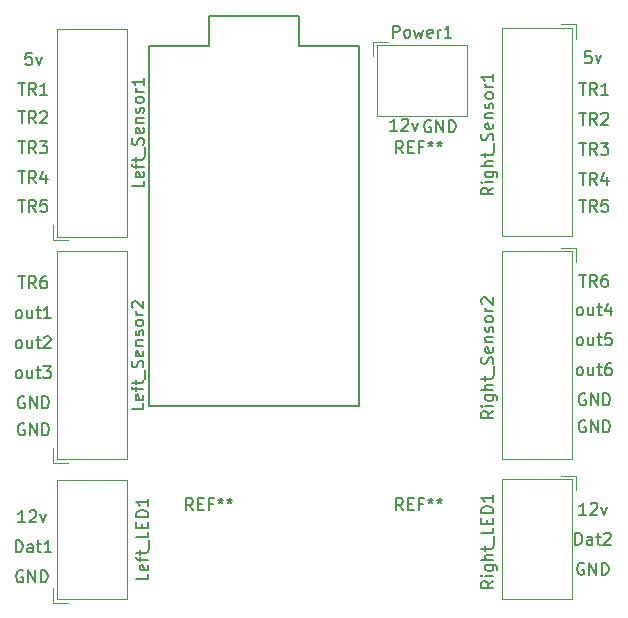
<source format=gbr>
%TF.GenerationSoftware,KiCad,Pcbnew,(6.0.4)*%
%TF.CreationDate,2022-04-18T00:34:21+09:00*%
%TF.ProjectId,chuniAir,6368756e-6941-4697-922e-6b696361645f,rev?*%
%TF.SameCoordinates,Original*%
%TF.FileFunction,Legend,Top*%
%TF.FilePolarity,Positive*%
%FSLAX46Y46*%
G04 Gerber Fmt 4.6, Leading zero omitted, Abs format (unit mm)*
G04 Created by KiCad (PCBNEW (6.0.4)) date 2022-04-18 00:34:21*
%MOMM*%
%LPD*%
G01*
G04 APERTURE LIST*
%ADD10C,0.150000*%
%ADD11C,0.120000*%
G04 APERTURE END LIST*
D10*
X120277095Y-54951380D02*
X120848523Y-54951380D01*
X120562809Y-55951380D02*
X120562809Y-54951380D01*
X121753285Y-55951380D02*
X121419952Y-55475190D01*
X121181857Y-55951380D02*
X121181857Y-54951380D01*
X121562809Y-54951380D01*
X121658047Y-54999000D01*
X121705666Y-55046619D01*
X121753285Y-55141857D01*
X121753285Y-55284714D01*
X121705666Y-55379952D01*
X121658047Y-55427571D01*
X121562809Y-55475190D01*
X121181857Y-55475190D01*
X122658047Y-54951380D02*
X122181857Y-54951380D01*
X122134238Y-55427571D01*
X122181857Y-55379952D01*
X122277095Y-55332333D01*
X122515190Y-55332333D01*
X122610428Y-55379952D01*
X122658047Y-55427571D01*
X122705666Y-55522809D01*
X122705666Y-55760904D01*
X122658047Y-55856142D01*
X122610428Y-55903761D01*
X122515190Y-55951380D01*
X122277095Y-55951380D01*
X122181857Y-55903761D01*
X122134238Y-55856142D01*
X120277095Y-50125380D02*
X120848523Y-50125380D01*
X120562809Y-51125380D02*
X120562809Y-50125380D01*
X121753285Y-51125380D02*
X121419952Y-50649190D01*
X121181857Y-51125380D02*
X121181857Y-50125380D01*
X121562809Y-50125380D01*
X121658047Y-50173000D01*
X121705666Y-50220619D01*
X121753285Y-50315857D01*
X121753285Y-50458714D01*
X121705666Y-50553952D01*
X121658047Y-50601571D01*
X121562809Y-50649190D01*
X121181857Y-50649190D01*
X122086619Y-50125380D02*
X122705666Y-50125380D01*
X122372333Y-50506333D01*
X122515190Y-50506333D01*
X122610428Y-50553952D01*
X122658047Y-50601571D01*
X122705666Y-50696809D01*
X122705666Y-50934904D01*
X122658047Y-51030142D01*
X122610428Y-51077761D01*
X122515190Y-51125380D01*
X122229476Y-51125380D01*
X122134238Y-51077761D01*
X122086619Y-51030142D01*
X72779095Y-52538380D02*
X73350523Y-52538380D01*
X73064809Y-53538380D02*
X73064809Y-52538380D01*
X74255285Y-53538380D02*
X73921952Y-53062190D01*
X73683857Y-53538380D02*
X73683857Y-52538380D01*
X74064809Y-52538380D01*
X74160047Y-52586000D01*
X74207666Y-52633619D01*
X74255285Y-52728857D01*
X74255285Y-52871714D01*
X74207666Y-52966952D01*
X74160047Y-53014571D01*
X74064809Y-53062190D01*
X73683857Y-53062190D01*
X75112428Y-52871714D02*
X75112428Y-53538380D01*
X74874333Y-52490761D02*
X74636238Y-53205047D01*
X75255285Y-53205047D01*
X73342571Y-82246380D02*
X72771142Y-82246380D01*
X73056857Y-82246380D02*
X73056857Y-81246380D01*
X72961619Y-81389238D01*
X72866380Y-81484476D01*
X72771142Y-81532095D01*
X73723523Y-81341619D02*
X73771142Y-81294000D01*
X73866380Y-81246380D01*
X74104476Y-81246380D01*
X74199714Y-81294000D01*
X74247333Y-81341619D01*
X74294952Y-81436857D01*
X74294952Y-81532095D01*
X74247333Y-81674952D01*
X73675904Y-82246380D01*
X74294952Y-82246380D01*
X74628285Y-81579714D02*
X74866380Y-82246380D01*
X75104476Y-81579714D01*
X120840571Y-81605380D02*
X120269142Y-81605380D01*
X120554857Y-81605380D02*
X120554857Y-80605380D01*
X120459619Y-80748238D01*
X120364380Y-80843476D01*
X120269142Y-80891095D01*
X121221523Y-80700619D02*
X121269142Y-80653000D01*
X121364380Y-80605380D01*
X121602476Y-80605380D01*
X121697714Y-80653000D01*
X121745333Y-80700619D01*
X121792952Y-80795857D01*
X121792952Y-80891095D01*
X121745333Y-81033952D01*
X121173904Y-81605380D01*
X121792952Y-81605380D01*
X122126285Y-80938714D02*
X122364380Y-81605380D01*
X122602476Y-80938714D01*
X120777095Y-71382000D02*
X120681857Y-71334380D01*
X120539000Y-71334380D01*
X120396142Y-71382000D01*
X120300904Y-71477238D01*
X120253285Y-71572476D01*
X120205666Y-71762952D01*
X120205666Y-71905809D01*
X120253285Y-72096285D01*
X120300904Y-72191523D01*
X120396142Y-72286761D01*
X120539000Y-72334380D01*
X120634238Y-72334380D01*
X120777095Y-72286761D01*
X120824714Y-72239142D01*
X120824714Y-71905809D01*
X120634238Y-71905809D01*
X121253285Y-72334380D02*
X121253285Y-71334380D01*
X121824714Y-72334380D01*
X121824714Y-71334380D01*
X122300904Y-72334380D02*
X122300904Y-71334380D01*
X122539000Y-71334380D01*
X122681857Y-71382000D01*
X122777095Y-71477238D01*
X122824714Y-71572476D01*
X122872333Y-71762952D01*
X122872333Y-71905809D01*
X122824714Y-72096285D01*
X122777095Y-72191523D01*
X122681857Y-72286761D01*
X122539000Y-72334380D01*
X122300904Y-72334380D01*
X72779095Y-45045380D02*
X73350523Y-45045380D01*
X73064809Y-46045380D02*
X73064809Y-45045380D01*
X74255285Y-46045380D02*
X73921952Y-45569190D01*
X73683857Y-46045380D02*
X73683857Y-45045380D01*
X74064809Y-45045380D01*
X74160047Y-45093000D01*
X74207666Y-45140619D01*
X74255285Y-45235857D01*
X74255285Y-45378714D01*
X74207666Y-45473952D01*
X74160047Y-45521571D01*
X74064809Y-45569190D01*
X73683857Y-45569190D01*
X75207666Y-46045380D02*
X74636238Y-46045380D01*
X74921952Y-46045380D02*
X74921952Y-45045380D01*
X74826714Y-45188238D01*
X74731476Y-45283476D01*
X74636238Y-45331095D01*
X107696095Y-48268000D02*
X107600857Y-48220380D01*
X107458000Y-48220380D01*
X107315142Y-48268000D01*
X107219904Y-48363238D01*
X107172285Y-48458476D01*
X107124666Y-48648952D01*
X107124666Y-48791809D01*
X107172285Y-48982285D01*
X107219904Y-49077523D01*
X107315142Y-49172761D01*
X107458000Y-49220380D01*
X107553238Y-49220380D01*
X107696095Y-49172761D01*
X107743714Y-49125142D01*
X107743714Y-48791809D01*
X107553238Y-48791809D01*
X108172285Y-49220380D02*
X108172285Y-48220380D01*
X108743714Y-49220380D01*
X108743714Y-48220380D01*
X109219904Y-49220380D02*
X109219904Y-48220380D01*
X109458000Y-48220380D01*
X109600857Y-48268000D01*
X109696095Y-48363238D01*
X109743714Y-48458476D01*
X109791333Y-48648952D01*
X109791333Y-48791809D01*
X109743714Y-48982285D01*
X109696095Y-49077523D01*
X109600857Y-49172761D01*
X109458000Y-49220380D01*
X109219904Y-49220380D01*
X73898142Y-42505380D02*
X73421952Y-42505380D01*
X73374333Y-42981571D01*
X73421952Y-42933952D01*
X73517190Y-42886333D01*
X73755285Y-42886333D01*
X73850523Y-42933952D01*
X73898142Y-42981571D01*
X73945761Y-43076809D01*
X73945761Y-43314904D01*
X73898142Y-43410142D01*
X73850523Y-43457761D01*
X73755285Y-43505380D01*
X73517190Y-43505380D01*
X73421952Y-43457761D01*
X73374333Y-43410142D01*
X74279095Y-42838714D02*
X74517190Y-43505380D01*
X74755285Y-42838714D01*
X120253285Y-69794380D02*
X120158047Y-69746761D01*
X120110428Y-69699142D01*
X120062809Y-69603904D01*
X120062809Y-69318190D01*
X120110428Y-69222952D01*
X120158047Y-69175333D01*
X120253285Y-69127714D01*
X120396142Y-69127714D01*
X120491380Y-69175333D01*
X120539000Y-69222952D01*
X120586619Y-69318190D01*
X120586619Y-69603904D01*
X120539000Y-69699142D01*
X120491380Y-69746761D01*
X120396142Y-69794380D01*
X120253285Y-69794380D01*
X121443761Y-69127714D02*
X121443761Y-69794380D01*
X121015190Y-69127714D02*
X121015190Y-69651523D01*
X121062809Y-69746761D01*
X121158047Y-69794380D01*
X121300904Y-69794380D01*
X121396142Y-69746761D01*
X121443761Y-69699142D01*
X121777095Y-69127714D02*
X122158047Y-69127714D01*
X121919952Y-68794380D02*
X121919952Y-69651523D01*
X121967571Y-69746761D01*
X122062809Y-69794380D01*
X122158047Y-69794380D01*
X122919952Y-68794380D02*
X122729476Y-68794380D01*
X122634238Y-68842000D01*
X122586619Y-68889619D01*
X122491380Y-69032476D01*
X122443761Y-69222952D01*
X122443761Y-69603904D01*
X122491380Y-69699142D01*
X122539000Y-69746761D01*
X122634238Y-69794380D01*
X122824714Y-69794380D01*
X122919952Y-69746761D01*
X122967571Y-69699142D01*
X123015190Y-69603904D01*
X123015190Y-69365809D01*
X122967571Y-69270571D01*
X122919952Y-69222952D01*
X122824714Y-69175333D01*
X122634238Y-69175333D01*
X122539000Y-69222952D01*
X122491380Y-69270571D01*
X122443761Y-69365809D01*
X104838571Y-49093380D02*
X104267142Y-49093380D01*
X104552857Y-49093380D02*
X104552857Y-48093380D01*
X104457619Y-48236238D01*
X104362380Y-48331476D01*
X104267142Y-48379095D01*
X105219523Y-48188619D02*
X105267142Y-48141000D01*
X105362380Y-48093380D01*
X105600476Y-48093380D01*
X105695714Y-48141000D01*
X105743333Y-48188619D01*
X105790952Y-48283857D01*
X105790952Y-48379095D01*
X105743333Y-48521952D01*
X105171904Y-49093380D01*
X105790952Y-49093380D01*
X106124285Y-48426714D02*
X106362380Y-49093380D01*
X106600476Y-48426714D01*
X120253285Y-64714380D02*
X120158047Y-64666761D01*
X120110428Y-64619142D01*
X120062809Y-64523904D01*
X120062809Y-64238190D01*
X120110428Y-64142952D01*
X120158047Y-64095333D01*
X120253285Y-64047714D01*
X120396142Y-64047714D01*
X120491380Y-64095333D01*
X120539000Y-64142952D01*
X120586619Y-64238190D01*
X120586619Y-64523904D01*
X120539000Y-64619142D01*
X120491380Y-64666761D01*
X120396142Y-64714380D01*
X120253285Y-64714380D01*
X121443761Y-64047714D02*
X121443761Y-64714380D01*
X121015190Y-64047714D02*
X121015190Y-64571523D01*
X121062809Y-64666761D01*
X121158047Y-64714380D01*
X121300904Y-64714380D01*
X121396142Y-64666761D01*
X121443761Y-64619142D01*
X121777095Y-64047714D02*
X122158047Y-64047714D01*
X121919952Y-63714380D02*
X121919952Y-64571523D01*
X121967571Y-64666761D01*
X122062809Y-64714380D01*
X122158047Y-64714380D01*
X122919952Y-64047714D02*
X122919952Y-64714380D01*
X122681857Y-63666761D02*
X122443761Y-64381047D01*
X123062809Y-64381047D01*
X73279095Y-71636000D02*
X73183857Y-71588380D01*
X73041000Y-71588380D01*
X72898142Y-71636000D01*
X72802904Y-71731238D01*
X72755285Y-71826476D01*
X72707666Y-72016952D01*
X72707666Y-72159809D01*
X72755285Y-72350285D01*
X72802904Y-72445523D01*
X72898142Y-72540761D01*
X73041000Y-72588380D01*
X73136238Y-72588380D01*
X73279095Y-72540761D01*
X73326714Y-72493142D01*
X73326714Y-72159809D01*
X73136238Y-72159809D01*
X73755285Y-72588380D02*
X73755285Y-71588380D01*
X74326714Y-72588380D01*
X74326714Y-71588380D01*
X74802904Y-72588380D02*
X74802904Y-71588380D01*
X75041000Y-71588380D01*
X75183857Y-71636000D01*
X75279095Y-71731238D01*
X75326714Y-71826476D01*
X75374333Y-72016952D01*
X75374333Y-72159809D01*
X75326714Y-72350285D01*
X75279095Y-72445523D01*
X75183857Y-72540761D01*
X75041000Y-72588380D01*
X74802904Y-72588380D01*
X72779095Y-49998380D02*
X73350523Y-49998380D01*
X73064809Y-50998380D02*
X73064809Y-49998380D01*
X74255285Y-50998380D02*
X73921952Y-50522190D01*
X73683857Y-50998380D02*
X73683857Y-49998380D01*
X74064809Y-49998380D01*
X74160047Y-50046000D01*
X74207666Y-50093619D01*
X74255285Y-50188857D01*
X74255285Y-50331714D01*
X74207666Y-50426952D01*
X74160047Y-50474571D01*
X74064809Y-50522190D01*
X73683857Y-50522190D01*
X74588619Y-49998380D02*
X75207666Y-49998380D01*
X74874333Y-50379333D01*
X75017190Y-50379333D01*
X75112428Y-50426952D01*
X75160047Y-50474571D01*
X75207666Y-50569809D01*
X75207666Y-50807904D01*
X75160047Y-50903142D01*
X75112428Y-50950761D01*
X75017190Y-50998380D01*
X74731476Y-50998380D01*
X74636238Y-50950761D01*
X74588619Y-50903142D01*
X120277095Y-52665380D02*
X120848523Y-52665380D01*
X120562809Y-53665380D02*
X120562809Y-52665380D01*
X121753285Y-53665380D02*
X121419952Y-53189190D01*
X121181857Y-53665380D02*
X121181857Y-52665380D01*
X121562809Y-52665380D01*
X121658047Y-52713000D01*
X121705666Y-52760619D01*
X121753285Y-52855857D01*
X121753285Y-52998714D01*
X121705666Y-53093952D01*
X121658047Y-53141571D01*
X121562809Y-53189190D01*
X121181857Y-53189190D01*
X122610428Y-52998714D02*
X122610428Y-53665380D01*
X122372333Y-52617761D02*
X122134238Y-53332047D01*
X122753285Y-53332047D01*
X72779095Y-54951380D02*
X73350523Y-54951380D01*
X73064809Y-55951380D02*
X73064809Y-54951380D01*
X74255285Y-55951380D02*
X73921952Y-55475190D01*
X73683857Y-55951380D02*
X73683857Y-54951380D01*
X74064809Y-54951380D01*
X74160047Y-54999000D01*
X74207666Y-55046619D01*
X74255285Y-55141857D01*
X74255285Y-55284714D01*
X74207666Y-55379952D01*
X74160047Y-55427571D01*
X74064809Y-55475190D01*
X73683857Y-55475190D01*
X75160047Y-54951380D02*
X74683857Y-54951380D01*
X74636238Y-55427571D01*
X74683857Y-55379952D01*
X74779095Y-55332333D01*
X75017190Y-55332333D01*
X75112428Y-55379952D01*
X75160047Y-55427571D01*
X75207666Y-55522809D01*
X75207666Y-55760904D01*
X75160047Y-55856142D01*
X75112428Y-55903761D01*
X75017190Y-55951380D01*
X74779095Y-55951380D01*
X74683857Y-55903761D01*
X74636238Y-55856142D01*
X119935809Y-84145380D02*
X119935809Y-83145380D01*
X120173904Y-83145380D01*
X120316761Y-83193000D01*
X120412000Y-83288238D01*
X120459619Y-83383476D01*
X120507238Y-83573952D01*
X120507238Y-83716809D01*
X120459619Y-83907285D01*
X120412000Y-84002523D01*
X120316761Y-84097761D01*
X120173904Y-84145380D01*
X119935809Y-84145380D01*
X121364380Y-84145380D02*
X121364380Y-83621571D01*
X121316761Y-83526333D01*
X121221523Y-83478714D01*
X121031047Y-83478714D01*
X120935809Y-83526333D01*
X121364380Y-84097761D02*
X121269142Y-84145380D01*
X121031047Y-84145380D01*
X120935809Y-84097761D01*
X120888190Y-84002523D01*
X120888190Y-83907285D01*
X120935809Y-83812047D01*
X121031047Y-83764428D01*
X121269142Y-83764428D01*
X121364380Y-83716809D01*
X121697714Y-83478714D02*
X122078666Y-83478714D01*
X121840571Y-83145380D02*
X121840571Y-84002523D01*
X121888190Y-84097761D01*
X121983428Y-84145380D01*
X122078666Y-84145380D01*
X122364380Y-83240619D02*
X122412000Y-83193000D01*
X122507238Y-83145380D01*
X122745333Y-83145380D01*
X122840571Y-83193000D01*
X122888190Y-83240619D01*
X122935809Y-83335857D01*
X122935809Y-83431095D01*
X122888190Y-83573952D01*
X122316761Y-84145380D01*
X122935809Y-84145380D01*
X72755285Y-64968380D02*
X72660047Y-64920761D01*
X72612428Y-64873142D01*
X72564809Y-64777904D01*
X72564809Y-64492190D01*
X72612428Y-64396952D01*
X72660047Y-64349333D01*
X72755285Y-64301714D01*
X72898142Y-64301714D01*
X72993380Y-64349333D01*
X73041000Y-64396952D01*
X73088619Y-64492190D01*
X73088619Y-64777904D01*
X73041000Y-64873142D01*
X72993380Y-64920761D01*
X72898142Y-64968380D01*
X72755285Y-64968380D01*
X73945761Y-64301714D02*
X73945761Y-64968380D01*
X73517190Y-64301714D02*
X73517190Y-64825523D01*
X73564809Y-64920761D01*
X73660047Y-64968380D01*
X73802904Y-64968380D01*
X73898142Y-64920761D01*
X73945761Y-64873142D01*
X74279095Y-64301714D02*
X74660047Y-64301714D01*
X74421952Y-63968380D02*
X74421952Y-64825523D01*
X74469571Y-64920761D01*
X74564809Y-64968380D01*
X74660047Y-64968380D01*
X75517190Y-64968380D02*
X74945761Y-64968380D01*
X75231476Y-64968380D02*
X75231476Y-63968380D01*
X75136238Y-64111238D01*
X75041000Y-64206476D01*
X74945761Y-64254095D01*
X73152095Y-86374000D02*
X73056857Y-86326380D01*
X72914000Y-86326380D01*
X72771142Y-86374000D01*
X72675904Y-86469238D01*
X72628285Y-86564476D01*
X72580666Y-86754952D01*
X72580666Y-86897809D01*
X72628285Y-87088285D01*
X72675904Y-87183523D01*
X72771142Y-87278761D01*
X72914000Y-87326380D01*
X73009238Y-87326380D01*
X73152095Y-87278761D01*
X73199714Y-87231142D01*
X73199714Y-86897809D01*
X73009238Y-86897809D01*
X73628285Y-87326380D02*
X73628285Y-86326380D01*
X74199714Y-87326380D01*
X74199714Y-86326380D01*
X74675904Y-87326380D02*
X74675904Y-86326380D01*
X74914000Y-86326380D01*
X75056857Y-86374000D01*
X75152095Y-86469238D01*
X75199714Y-86564476D01*
X75247333Y-86754952D01*
X75247333Y-86897809D01*
X75199714Y-87088285D01*
X75152095Y-87183523D01*
X75056857Y-87278761D01*
X74914000Y-87326380D01*
X74675904Y-87326380D01*
X72755285Y-70048380D02*
X72660047Y-70000761D01*
X72612428Y-69953142D01*
X72564809Y-69857904D01*
X72564809Y-69572190D01*
X72612428Y-69476952D01*
X72660047Y-69429333D01*
X72755285Y-69381714D01*
X72898142Y-69381714D01*
X72993380Y-69429333D01*
X73041000Y-69476952D01*
X73088619Y-69572190D01*
X73088619Y-69857904D01*
X73041000Y-69953142D01*
X72993380Y-70000761D01*
X72898142Y-70048380D01*
X72755285Y-70048380D01*
X73945761Y-69381714D02*
X73945761Y-70048380D01*
X73517190Y-69381714D02*
X73517190Y-69905523D01*
X73564809Y-70000761D01*
X73660047Y-70048380D01*
X73802904Y-70048380D01*
X73898142Y-70000761D01*
X73945761Y-69953142D01*
X74279095Y-69381714D02*
X74660047Y-69381714D01*
X74421952Y-69048380D02*
X74421952Y-69905523D01*
X74469571Y-70000761D01*
X74564809Y-70048380D01*
X74660047Y-70048380D01*
X74898142Y-69048380D02*
X75517190Y-69048380D01*
X75183857Y-69429333D01*
X75326714Y-69429333D01*
X75421952Y-69476952D01*
X75469571Y-69524571D01*
X75517190Y-69619809D01*
X75517190Y-69857904D01*
X75469571Y-69953142D01*
X75421952Y-70000761D01*
X75326714Y-70048380D01*
X75041000Y-70048380D01*
X74945761Y-70000761D01*
X74898142Y-69953142D01*
X120650095Y-85733000D02*
X120554857Y-85685380D01*
X120412000Y-85685380D01*
X120269142Y-85733000D01*
X120173904Y-85828238D01*
X120126285Y-85923476D01*
X120078666Y-86113952D01*
X120078666Y-86256809D01*
X120126285Y-86447285D01*
X120173904Y-86542523D01*
X120269142Y-86637761D01*
X120412000Y-86685380D01*
X120507238Y-86685380D01*
X120650095Y-86637761D01*
X120697714Y-86590142D01*
X120697714Y-86256809D01*
X120507238Y-86256809D01*
X121126285Y-86685380D02*
X121126285Y-85685380D01*
X121697714Y-86685380D01*
X121697714Y-85685380D01*
X122173904Y-86685380D02*
X122173904Y-85685380D01*
X122412000Y-85685380D01*
X122554857Y-85733000D01*
X122650095Y-85828238D01*
X122697714Y-85923476D01*
X122745333Y-86113952D01*
X122745333Y-86256809D01*
X122697714Y-86447285D01*
X122650095Y-86542523D01*
X122554857Y-86637761D01*
X122412000Y-86685380D01*
X122173904Y-86685380D01*
X120277095Y-61301380D02*
X120848523Y-61301380D01*
X120562809Y-62301380D02*
X120562809Y-61301380D01*
X121753285Y-62301380D02*
X121419952Y-61825190D01*
X121181857Y-62301380D02*
X121181857Y-61301380D01*
X121562809Y-61301380D01*
X121658047Y-61349000D01*
X121705666Y-61396619D01*
X121753285Y-61491857D01*
X121753285Y-61634714D01*
X121705666Y-61729952D01*
X121658047Y-61777571D01*
X121562809Y-61825190D01*
X121181857Y-61825190D01*
X122610428Y-61301380D02*
X122419952Y-61301380D01*
X122324714Y-61349000D01*
X122277095Y-61396619D01*
X122181857Y-61539476D01*
X122134238Y-61729952D01*
X122134238Y-62110904D01*
X122181857Y-62206142D01*
X122229476Y-62253761D01*
X122324714Y-62301380D01*
X122515190Y-62301380D01*
X122610428Y-62253761D01*
X122658047Y-62206142D01*
X122705666Y-62110904D01*
X122705666Y-61872809D01*
X122658047Y-61777571D01*
X122610428Y-61729952D01*
X122515190Y-61682333D01*
X122324714Y-61682333D01*
X122229476Y-61729952D01*
X122181857Y-61777571D01*
X122134238Y-61872809D01*
X120277095Y-47585380D02*
X120848523Y-47585380D01*
X120562809Y-48585380D02*
X120562809Y-47585380D01*
X121753285Y-48585380D02*
X121419952Y-48109190D01*
X121181857Y-48585380D02*
X121181857Y-47585380D01*
X121562809Y-47585380D01*
X121658047Y-47633000D01*
X121705666Y-47680619D01*
X121753285Y-47775857D01*
X121753285Y-47918714D01*
X121705666Y-48013952D01*
X121658047Y-48061571D01*
X121562809Y-48109190D01*
X121181857Y-48109190D01*
X122134238Y-47680619D02*
X122181857Y-47633000D01*
X122277095Y-47585380D01*
X122515190Y-47585380D01*
X122610428Y-47633000D01*
X122658047Y-47680619D01*
X122705666Y-47775857D01*
X122705666Y-47871095D01*
X122658047Y-48013952D01*
X122086619Y-48585380D01*
X122705666Y-48585380D01*
X72564809Y-84786380D02*
X72564809Y-83786380D01*
X72802904Y-83786380D01*
X72945761Y-83834000D01*
X73041000Y-83929238D01*
X73088619Y-84024476D01*
X73136238Y-84214952D01*
X73136238Y-84357809D01*
X73088619Y-84548285D01*
X73041000Y-84643523D01*
X72945761Y-84738761D01*
X72802904Y-84786380D01*
X72564809Y-84786380D01*
X73993380Y-84786380D02*
X73993380Y-84262571D01*
X73945761Y-84167333D01*
X73850523Y-84119714D01*
X73660047Y-84119714D01*
X73564809Y-84167333D01*
X73993380Y-84738761D02*
X73898142Y-84786380D01*
X73660047Y-84786380D01*
X73564809Y-84738761D01*
X73517190Y-84643523D01*
X73517190Y-84548285D01*
X73564809Y-84453047D01*
X73660047Y-84405428D01*
X73898142Y-84405428D01*
X73993380Y-84357809D01*
X74326714Y-84119714D02*
X74707666Y-84119714D01*
X74469571Y-83786380D02*
X74469571Y-84643523D01*
X74517190Y-84738761D01*
X74612428Y-84786380D01*
X74707666Y-84786380D01*
X75564809Y-84786380D02*
X74993380Y-84786380D01*
X75279095Y-84786380D02*
X75279095Y-83786380D01*
X75183857Y-83929238D01*
X75088619Y-84024476D01*
X74993380Y-84072095D01*
X73279095Y-73922000D02*
X73183857Y-73874380D01*
X73041000Y-73874380D01*
X72898142Y-73922000D01*
X72802904Y-74017238D01*
X72755285Y-74112476D01*
X72707666Y-74302952D01*
X72707666Y-74445809D01*
X72755285Y-74636285D01*
X72802904Y-74731523D01*
X72898142Y-74826761D01*
X73041000Y-74874380D01*
X73136238Y-74874380D01*
X73279095Y-74826761D01*
X73326714Y-74779142D01*
X73326714Y-74445809D01*
X73136238Y-74445809D01*
X73755285Y-74874380D02*
X73755285Y-73874380D01*
X74326714Y-74874380D01*
X74326714Y-73874380D01*
X74802904Y-74874380D02*
X74802904Y-73874380D01*
X75041000Y-73874380D01*
X75183857Y-73922000D01*
X75279095Y-74017238D01*
X75326714Y-74112476D01*
X75374333Y-74302952D01*
X75374333Y-74445809D01*
X75326714Y-74636285D01*
X75279095Y-74731523D01*
X75183857Y-74826761D01*
X75041000Y-74874380D01*
X74802904Y-74874380D01*
X120277095Y-45045380D02*
X120848523Y-45045380D01*
X120562809Y-46045380D02*
X120562809Y-45045380D01*
X121753285Y-46045380D02*
X121419952Y-45569190D01*
X121181857Y-46045380D02*
X121181857Y-45045380D01*
X121562809Y-45045380D01*
X121658047Y-45093000D01*
X121705666Y-45140619D01*
X121753285Y-45235857D01*
X121753285Y-45378714D01*
X121705666Y-45473952D01*
X121658047Y-45521571D01*
X121562809Y-45569190D01*
X121181857Y-45569190D01*
X122705666Y-46045380D02*
X122134238Y-46045380D01*
X122419952Y-46045380D02*
X122419952Y-45045380D01*
X122324714Y-45188238D01*
X122229476Y-45283476D01*
X122134238Y-45331095D01*
X120777095Y-73668000D02*
X120681857Y-73620380D01*
X120539000Y-73620380D01*
X120396142Y-73668000D01*
X120300904Y-73763238D01*
X120253285Y-73858476D01*
X120205666Y-74048952D01*
X120205666Y-74191809D01*
X120253285Y-74382285D01*
X120300904Y-74477523D01*
X120396142Y-74572761D01*
X120539000Y-74620380D01*
X120634238Y-74620380D01*
X120777095Y-74572761D01*
X120824714Y-74525142D01*
X120824714Y-74191809D01*
X120634238Y-74191809D01*
X121253285Y-74620380D02*
X121253285Y-73620380D01*
X121824714Y-74620380D01*
X121824714Y-73620380D01*
X122300904Y-74620380D02*
X122300904Y-73620380D01*
X122539000Y-73620380D01*
X122681857Y-73668000D01*
X122777095Y-73763238D01*
X122824714Y-73858476D01*
X122872333Y-74048952D01*
X122872333Y-74191809D01*
X122824714Y-74382285D01*
X122777095Y-74477523D01*
X122681857Y-74572761D01*
X122539000Y-74620380D01*
X122300904Y-74620380D01*
X72755285Y-67508380D02*
X72660047Y-67460761D01*
X72612428Y-67413142D01*
X72564809Y-67317904D01*
X72564809Y-67032190D01*
X72612428Y-66936952D01*
X72660047Y-66889333D01*
X72755285Y-66841714D01*
X72898142Y-66841714D01*
X72993380Y-66889333D01*
X73041000Y-66936952D01*
X73088619Y-67032190D01*
X73088619Y-67317904D01*
X73041000Y-67413142D01*
X72993380Y-67460761D01*
X72898142Y-67508380D01*
X72755285Y-67508380D01*
X73945761Y-66841714D02*
X73945761Y-67508380D01*
X73517190Y-66841714D02*
X73517190Y-67365523D01*
X73564809Y-67460761D01*
X73660047Y-67508380D01*
X73802904Y-67508380D01*
X73898142Y-67460761D01*
X73945761Y-67413142D01*
X74279095Y-66841714D02*
X74660047Y-66841714D01*
X74421952Y-66508380D02*
X74421952Y-67365523D01*
X74469571Y-67460761D01*
X74564809Y-67508380D01*
X74660047Y-67508380D01*
X74945761Y-66603619D02*
X74993380Y-66556000D01*
X75088619Y-66508380D01*
X75326714Y-66508380D01*
X75421952Y-66556000D01*
X75469571Y-66603619D01*
X75517190Y-66698857D01*
X75517190Y-66794095D01*
X75469571Y-66936952D01*
X74898142Y-67508380D01*
X75517190Y-67508380D01*
X72779095Y-61428380D02*
X73350523Y-61428380D01*
X73064809Y-62428380D02*
X73064809Y-61428380D01*
X74255285Y-62428380D02*
X73921952Y-61952190D01*
X73683857Y-62428380D02*
X73683857Y-61428380D01*
X74064809Y-61428380D01*
X74160047Y-61476000D01*
X74207666Y-61523619D01*
X74255285Y-61618857D01*
X74255285Y-61761714D01*
X74207666Y-61856952D01*
X74160047Y-61904571D01*
X74064809Y-61952190D01*
X73683857Y-61952190D01*
X75112428Y-61428380D02*
X74921952Y-61428380D01*
X74826714Y-61476000D01*
X74779095Y-61523619D01*
X74683857Y-61666476D01*
X74636238Y-61856952D01*
X74636238Y-62237904D01*
X74683857Y-62333142D01*
X74731476Y-62380761D01*
X74826714Y-62428380D01*
X75017190Y-62428380D01*
X75112428Y-62380761D01*
X75160047Y-62333142D01*
X75207666Y-62237904D01*
X75207666Y-61999809D01*
X75160047Y-61904571D01*
X75112428Y-61856952D01*
X75017190Y-61809333D01*
X74826714Y-61809333D01*
X74731476Y-61856952D01*
X74683857Y-61904571D01*
X74636238Y-61999809D01*
X121269142Y-42378380D02*
X120792952Y-42378380D01*
X120745333Y-42854571D01*
X120792952Y-42806952D01*
X120888190Y-42759333D01*
X121126285Y-42759333D01*
X121221523Y-42806952D01*
X121269142Y-42854571D01*
X121316761Y-42949809D01*
X121316761Y-43187904D01*
X121269142Y-43283142D01*
X121221523Y-43330761D01*
X121126285Y-43378380D01*
X120888190Y-43378380D01*
X120792952Y-43330761D01*
X120745333Y-43283142D01*
X121650095Y-42711714D02*
X121888190Y-43378380D01*
X122126285Y-42711714D01*
X120253285Y-67254380D02*
X120158047Y-67206761D01*
X120110428Y-67159142D01*
X120062809Y-67063904D01*
X120062809Y-66778190D01*
X120110428Y-66682952D01*
X120158047Y-66635333D01*
X120253285Y-66587714D01*
X120396142Y-66587714D01*
X120491380Y-66635333D01*
X120539000Y-66682952D01*
X120586619Y-66778190D01*
X120586619Y-67063904D01*
X120539000Y-67159142D01*
X120491380Y-67206761D01*
X120396142Y-67254380D01*
X120253285Y-67254380D01*
X121443761Y-66587714D02*
X121443761Y-67254380D01*
X121015190Y-66587714D02*
X121015190Y-67111523D01*
X121062809Y-67206761D01*
X121158047Y-67254380D01*
X121300904Y-67254380D01*
X121396142Y-67206761D01*
X121443761Y-67159142D01*
X121777095Y-66587714D02*
X122158047Y-66587714D01*
X121919952Y-66254380D02*
X121919952Y-67111523D01*
X121967571Y-67206761D01*
X122062809Y-67254380D01*
X122158047Y-67254380D01*
X122967571Y-66254380D02*
X122491380Y-66254380D01*
X122443761Y-66730571D01*
X122491380Y-66682952D01*
X122586619Y-66635333D01*
X122824714Y-66635333D01*
X122919952Y-66682952D01*
X122967571Y-66730571D01*
X123015190Y-66825809D01*
X123015190Y-67063904D01*
X122967571Y-67159142D01*
X122919952Y-67206761D01*
X122824714Y-67254380D01*
X122586619Y-67254380D01*
X122491380Y-67206761D01*
X122443761Y-67159142D01*
X72779095Y-47458380D02*
X73350523Y-47458380D01*
X73064809Y-48458380D02*
X73064809Y-47458380D01*
X74255285Y-48458380D02*
X73921952Y-47982190D01*
X73683857Y-48458380D02*
X73683857Y-47458380D01*
X74064809Y-47458380D01*
X74160047Y-47506000D01*
X74207666Y-47553619D01*
X74255285Y-47648857D01*
X74255285Y-47791714D01*
X74207666Y-47886952D01*
X74160047Y-47934571D01*
X74064809Y-47982190D01*
X73683857Y-47982190D01*
X74636238Y-47553619D02*
X74683857Y-47506000D01*
X74779095Y-47458380D01*
X75017190Y-47458380D01*
X75112428Y-47506000D01*
X75160047Y-47553619D01*
X75207666Y-47648857D01*
X75207666Y-47744095D01*
X75160047Y-47886952D01*
X74588619Y-48458380D01*
X75207666Y-48458380D01*
%TO.C,REF\u002A\u002A*%
X105346666Y-50989380D02*
X105013333Y-50513190D01*
X104775238Y-50989380D02*
X104775238Y-49989380D01*
X105156190Y-49989380D01*
X105251428Y-50037000D01*
X105299047Y-50084619D01*
X105346666Y-50179857D01*
X105346666Y-50322714D01*
X105299047Y-50417952D01*
X105251428Y-50465571D01*
X105156190Y-50513190D01*
X104775238Y-50513190D01*
X105775238Y-50465571D02*
X106108571Y-50465571D01*
X106251428Y-50989380D02*
X105775238Y-50989380D01*
X105775238Y-49989380D01*
X106251428Y-49989380D01*
X107013333Y-50465571D02*
X106680000Y-50465571D01*
X106680000Y-50989380D02*
X106680000Y-49989380D01*
X107156190Y-49989380D01*
X107680000Y-49989380D02*
X107680000Y-50227476D01*
X107441904Y-50132238D02*
X107680000Y-50227476D01*
X107918095Y-50132238D01*
X107537142Y-50417952D02*
X107680000Y-50227476D01*
X107822857Y-50417952D01*
X108441904Y-49989380D02*
X108441904Y-50227476D01*
X108203809Y-50132238D02*
X108441904Y-50227476D01*
X108680000Y-50132238D01*
X108299047Y-50417952D02*
X108441904Y-50227476D01*
X108584761Y-50417952D01*
X87566666Y-81215380D02*
X87233333Y-80739190D01*
X86995238Y-81215380D02*
X86995238Y-80215380D01*
X87376190Y-80215380D01*
X87471428Y-80263000D01*
X87519047Y-80310619D01*
X87566666Y-80405857D01*
X87566666Y-80548714D01*
X87519047Y-80643952D01*
X87471428Y-80691571D01*
X87376190Y-80739190D01*
X86995238Y-80739190D01*
X87995238Y-80691571D02*
X88328571Y-80691571D01*
X88471428Y-81215380D02*
X87995238Y-81215380D01*
X87995238Y-80215380D01*
X88471428Y-80215380D01*
X89233333Y-80691571D02*
X88900000Y-80691571D01*
X88900000Y-81215380D02*
X88900000Y-80215380D01*
X89376190Y-80215380D01*
X89900000Y-80215380D02*
X89900000Y-80453476D01*
X89661904Y-80358238D02*
X89900000Y-80453476D01*
X90138095Y-80358238D01*
X89757142Y-80643952D02*
X89900000Y-80453476D01*
X90042857Y-80643952D01*
X90661904Y-80215380D02*
X90661904Y-80453476D01*
X90423809Y-80358238D02*
X90661904Y-80453476D01*
X90900000Y-80358238D01*
X90519047Y-80643952D02*
X90661904Y-80453476D01*
X90804761Y-80643952D01*
X105346666Y-81215380D02*
X105013333Y-80739190D01*
X104775238Y-81215380D02*
X104775238Y-80215380D01*
X105156190Y-80215380D01*
X105251428Y-80263000D01*
X105299047Y-80310619D01*
X105346666Y-80405857D01*
X105346666Y-80548714D01*
X105299047Y-80643952D01*
X105251428Y-80691571D01*
X105156190Y-80739190D01*
X104775238Y-80739190D01*
X105775238Y-80691571D02*
X106108571Y-80691571D01*
X106251428Y-81215380D02*
X105775238Y-81215380D01*
X105775238Y-80215380D01*
X106251428Y-80215380D01*
X107013333Y-80691571D02*
X106680000Y-80691571D01*
X106680000Y-81215380D02*
X106680000Y-80215380D01*
X107156190Y-80215380D01*
X107680000Y-80215380D02*
X107680000Y-80453476D01*
X107441904Y-80358238D02*
X107680000Y-80453476D01*
X107918095Y-80358238D01*
X107537142Y-80643952D02*
X107680000Y-80453476D01*
X107822857Y-80643952D01*
X108441904Y-80215380D02*
X108441904Y-80453476D01*
X108203809Y-80358238D02*
X108441904Y-80453476D01*
X108680000Y-80358238D01*
X108299047Y-80643952D02*
X108441904Y-80453476D01*
X108584761Y-80643952D01*
%TO.C,Left_Sensor1*%
X83383380Y-53320428D02*
X83383380Y-53796619D01*
X82383380Y-53796619D01*
X83335761Y-52606142D02*
X83383380Y-52701380D01*
X83383380Y-52891857D01*
X83335761Y-52987095D01*
X83240523Y-53034714D01*
X82859571Y-53034714D01*
X82764333Y-52987095D01*
X82716714Y-52891857D01*
X82716714Y-52701380D01*
X82764333Y-52606142D01*
X82859571Y-52558523D01*
X82954809Y-52558523D01*
X83050047Y-53034714D01*
X82716714Y-52272809D02*
X82716714Y-51891857D01*
X83383380Y-52129952D02*
X82526238Y-52129952D01*
X82431000Y-52082333D01*
X82383380Y-51987095D01*
X82383380Y-51891857D01*
X82716714Y-51701380D02*
X82716714Y-51320428D01*
X82383380Y-51558523D02*
X83240523Y-51558523D01*
X83335761Y-51510904D01*
X83383380Y-51415666D01*
X83383380Y-51320428D01*
X83478619Y-51225190D02*
X83478619Y-50463285D01*
X83335761Y-50272809D02*
X83383380Y-50129952D01*
X83383380Y-49891857D01*
X83335761Y-49796619D01*
X83288142Y-49749000D01*
X83192904Y-49701380D01*
X83097666Y-49701380D01*
X83002428Y-49749000D01*
X82954809Y-49796619D01*
X82907190Y-49891857D01*
X82859571Y-50082333D01*
X82811952Y-50177571D01*
X82764333Y-50225190D01*
X82669095Y-50272809D01*
X82573857Y-50272809D01*
X82478619Y-50225190D01*
X82431000Y-50177571D01*
X82383380Y-50082333D01*
X82383380Y-49844238D01*
X82431000Y-49701380D01*
X83335761Y-48891857D02*
X83383380Y-48987095D01*
X83383380Y-49177571D01*
X83335761Y-49272809D01*
X83240523Y-49320428D01*
X82859571Y-49320428D01*
X82764333Y-49272809D01*
X82716714Y-49177571D01*
X82716714Y-48987095D01*
X82764333Y-48891857D01*
X82859571Y-48844238D01*
X82954809Y-48844238D01*
X83050047Y-49320428D01*
X82716714Y-48415666D02*
X83383380Y-48415666D01*
X82811952Y-48415666D02*
X82764333Y-48368047D01*
X82716714Y-48272809D01*
X82716714Y-48129952D01*
X82764333Y-48034714D01*
X82859571Y-47987095D01*
X83383380Y-47987095D01*
X83335761Y-47558523D02*
X83383380Y-47463285D01*
X83383380Y-47272809D01*
X83335761Y-47177571D01*
X83240523Y-47129952D01*
X83192904Y-47129952D01*
X83097666Y-47177571D01*
X83050047Y-47272809D01*
X83050047Y-47415666D01*
X83002428Y-47510904D01*
X82907190Y-47558523D01*
X82859571Y-47558523D01*
X82764333Y-47510904D01*
X82716714Y-47415666D01*
X82716714Y-47272809D01*
X82764333Y-47177571D01*
X83383380Y-46558523D02*
X83335761Y-46653761D01*
X83288142Y-46701380D01*
X83192904Y-46749000D01*
X82907190Y-46749000D01*
X82811952Y-46701380D01*
X82764333Y-46653761D01*
X82716714Y-46558523D01*
X82716714Y-46415666D01*
X82764333Y-46320428D01*
X82811952Y-46272809D01*
X82907190Y-46225190D01*
X83192904Y-46225190D01*
X83288142Y-46272809D01*
X83335761Y-46320428D01*
X83383380Y-46415666D01*
X83383380Y-46558523D01*
X83383380Y-45796619D02*
X82716714Y-45796619D01*
X82907190Y-45796619D02*
X82811952Y-45749000D01*
X82764333Y-45701380D01*
X82716714Y-45606142D01*
X82716714Y-45510904D01*
X83383380Y-44653761D02*
X83383380Y-45225190D01*
X83383380Y-44939476D02*
X82383380Y-44939476D01*
X82526238Y-45034714D01*
X82621476Y-45129952D01*
X82669095Y-45225190D01*
%TO.C,Power1*%
X104481619Y-41208380D02*
X104481619Y-40208380D01*
X104862571Y-40208380D01*
X104957809Y-40256000D01*
X105005428Y-40303619D01*
X105053047Y-40398857D01*
X105053047Y-40541714D01*
X105005428Y-40636952D01*
X104957809Y-40684571D01*
X104862571Y-40732190D01*
X104481619Y-40732190D01*
X105624476Y-41208380D02*
X105529238Y-41160761D01*
X105481619Y-41113142D01*
X105434000Y-41017904D01*
X105434000Y-40732190D01*
X105481619Y-40636952D01*
X105529238Y-40589333D01*
X105624476Y-40541714D01*
X105767333Y-40541714D01*
X105862571Y-40589333D01*
X105910190Y-40636952D01*
X105957809Y-40732190D01*
X105957809Y-41017904D01*
X105910190Y-41113142D01*
X105862571Y-41160761D01*
X105767333Y-41208380D01*
X105624476Y-41208380D01*
X106291142Y-40541714D02*
X106481619Y-41208380D01*
X106672095Y-40732190D01*
X106862571Y-41208380D01*
X107053047Y-40541714D01*
X107814952Y-41160761D02*
X107719714Y-41208380D01*
X107529238Y-41208380D01*
X107434000Y-41160761D01*
X107386380Y-41065523D01*
X107386380Y-40684571D01*
X107434000Y-40589333D01*
X107529238Y-40541714D01*
X107719714Y-40541714D01*
X107814952Y-40589333D01*
X107862571Y-40684571D01*
X107862571Y-40779809D01*
X107386380Y-40875047D01*
X108291142Y-41208380D02*
X108291142Y-40541714D01*
X108291142Y-40732190D02*
X108338761Y-40636952D01*
X108386380Y-40589333D01*
X108481619Y-40541714D01*
X108576857Y-40541714D01*
X109434000Y-41208380D02*
X108862571Y-41208380D01*
X109148285Y-41208380D02*
X109148285Y-40208380D01*
X109053047Y-40351238D01*
X108957809Y-40446476D01*
X108862571Y-40494095D01*
%TO.C,Left_LED1*%
X83764380Y-86597761D02*
X83764380Y-87073952D01*
X82764380Y-87073952D01*
X83716761Y-85883476D02*
X83764380Y-85978714D01*
X83764380Y-86169190D01*
X83716761Y-86264428D01*
X83621523Y-86312047D01*
X83240571Y-86312047D01*
X83145333Y-86264428D01*
X83097714Y-86169190D01*
X83097714Y-85978714D01*
X83145333Y-85883476D01*
X83240571Y-85835857D01*
X83335809Y-85835857D01*
X83431047Y-86312047D01*
X83097714Y-85550142D02*
X83097714Y-85169190D01*
X83764380Y-85407285D02*
X82907238Y-85407285D01*
X82812000Y-85359666D01*
X82764380Y-85264428D01*
X82764380Y-85169190D01*
X83097714Y-84978714D02*
X83097714Y-84597761D01*
X82764380Y-84835857D02*
X83621523Y-84835857D01*
X83716761Y-84788238D01*
X83764380Y-84693000D01*
X83764380Y-84597761D01*
X83859619Y-84502523D02*
X83859619Y-83740619D01*
X83764380Y-83026333D02*
X83764380Y-83502523D01*
X82764380Y-83502523D01*
X83240571Y-82693000D02*
X83240571Y-82359666D01*
X83764380Y-82216809D02*
X83764380Y-82693000D01*
X82764380Y-82693000D01*
X82764380Y-82216809D01*
X83764380Y-81788238D02*
X82764380Y-81788238D01*
X82764380Y-81550142D01*
X82812000Y-81407285D01*
X82907238Y-81312047D01*
X83002476Y-81264428D01*
X83192952Y-81216809D01*
X83335809Y-81216809D01*
X83526285Y-81264428D01*
X83621523Y-81312047D01*
X83716761Y-81407285D01*
X83764380Y-81550142D01*
X83764380Y-81788238D01*
X83764380Y-80264428D02*
X83764380Y-80835857D01*
X83764380Y-80550142D02*
X82764380Y-80550142D01*
X82907238Y-80645380D01*
X83002476Y-80740619D01*
X83050095Y-80835857D01*
%TO.C,Right_Sensor2*%
X112974380Y-72826000D02*
X112498190Y-73159333D01*
X112974380Y-73397428D02*
X111974380Y-73397428D01*
X111974380Y-73016476D01*
X112022000Y-72921238D01*
X112069619Y-72873619D01*
X112164857Y-72826000D01*
X112307714Y-72826000D01*
X112402952Y-72873619D01*
X112450571Y-72921238D01*
X112498190Y-73016476D01*
X112498190Y-73397428D01*
X112974380Y-72397428D02*
X112307714Y-72397428D01*
X111974380Y-72397428D02*
X112022000Y-72445047D01*
X112069619Y-72397428D01*
X112022000Y-72349809D01*
X111974380Y-72397428D01*
X112069619Y-72397428D01*
X112307714Y-71492666D02*
X113117238Y-71492666D01*
X113212476Y-71540285D01*
X113260095Y-71587904D01*
X113307714Y-71683142D01*
X113307714Y-71826000D01*
X113260095Y-71921238D01*
X112926761Y-71492666D02*
X112974380Y-71587904D01*
X112974380Y-71778380D01*
X112926761Y-71873619D01*
X112879142Y-71921238D01*
X112783904Y-71968857D01*
X112498190Y-71968857D01*
X112402952Y-71921238D01*
X112355333Y-71873619D01*
X112307714Y-71778380D01*
X112307714Y-71587904D01*
X112355333Y-71492666D01*
X112974380Y-71016476D02*
X111974380Y-71016476D01*
X112974380Y-70587904D02*
X112450571Y-70587904D01*
X112355333Y-70635523D01*
X112307714Y-70730761D01*
X112307714Y-70873619D01*
X112355333Y-70968857D01*
X112402952Y-71016476D01*
X112307714Y-70254571D02*
X112307714Y-69873619D01*
X111974380Y-70111714D02*
X112831523Y-70111714D01*
X112926761Y-70064095D01*
X112974380Y-69968857D01*
X112974380Y-69873619D01*
X113069619Y-69778380D02*
X113069619Y-69016476D01*
X112926761Y-68826000D02*
X112974380Y-68683142D01*
X112974380Y-68445047D01*
X112926761Y-68349809D01*
X112879142Y-68302190D01*
X112783904Y-68254571D01*
X112688666Y-68254571D01*
X112593428Y-68302190D01*
X112545809Y-68349809D01*
X112498190Y-68445047D01*
X112450571Y-68635523D01*
X112402952Y-68730761D01*
X112355333Y-68778380D01*
X112260095Y-68826000D01*
X112164857Y-68826000D01*
X112069619Y-68778380D01*
X112022000Y-68730761D01*
X111974380Y-68635523D01*
X111974380Y-68397428D01*
X112022000Y-68254571D01*
X112926761Y-67445047D02*
X112974380Y-67540285D01*
X112974380Y-67730761D01*
X112926761Y-67826000D01*
X112831523Y-67873619D01*
X112450571Y-67873619D01*
X112355333Y-67826000D01*
X112307714Y-67730761D01*
X112307714Y-67540285D01*
X112355333Y-67445047D01*
X112450571Y-67397428D01*
X112545809Y-67397428D01*
X112641047Y-67873619D01*
X112307714Y-66968857D02*
X112974380Y-66968857D01*
X112402952Y-66968857D02*
X112355333Y-66921238D01*
X112307714Y-66826000D01*
X112307714Y-66683142D01*
X112355333Y-66587904D01*
X112450571Y-66540285D01*
X112974380Y-66540285D01*
X112926761Y-66111714D02*
X112974380Y-66016476D01*
X112974380Y-65826000D01*
X112926761Y-65730761D01*
X112831523Y-65683142D01*
X112783904Y-65683142D01*
X112688666Y-65730761D01*
X112641047Y-65826000D01*
X112641047Y-65968857D01*
X112593428Y-66064095D01*
X112498190Y-66111714D01*
X112450571Y-66111714D01*
X112355333Y-66064095D01*
X112307714Y-65968857D01*
X112307714Y-65826000D01*
X112355333Y-65730761D01*
X112974380Y-65111714D02*
X112926761Y-65206952D01*
X112879142Y-65254571D01*
X112783904Y-65302190D01*
X112498190Y-65302190D01*
X112402952Y-65254571D01*
X112355333Y-65206952D01*
X112307714Y-65111714D01*
X112307714Y-64968857D01*
X112355333Y-64873619D01*
X112402952Y-64826000D01*
X112498190Y-64778380D01*
X112783904Y-64778380D01*
X112879142Y-64826000D01*
X112926761Y-64873619D01*
X112974380Y-64968857D01*
X112974380Y-65111714D01*
X112974380Y-64349809D02*
X112307714Y-64349809D01*
X112498190Y-64349809D02*
X112402952Y-64302190D01*
X112355333Y-64254571D01*
X112307714Y-64159333D01*
X112307714Y-64064095D01*
X112069619Y-63778380D02*
X112022000Y-63730761D01*
X111974380Y-63635523D01*
X111974380Y-63397428D01*
X112022000Y-63302190D01*
X112069619Y-63254571D01*
X112164857Y-63206952D01*
X112260095Y-63206952D01*
X112402952Y-63254571D01*
X112974380Y-63826000D01*
X112974380Y-63206952D01*
%TO.C,Right_Sensor1*%
X112974380Y-53903000D02*
X112498190Y-54236333D01*
X112974380Y-54474428D02*
X111974380Y-54474428D01*
X111974380Y-54093476D01*
X112022000Y-53998238D01*
X112069619Y-53950619D01*
X112164857Y-53903000D01*
X112307714Y-53903000D01*
X112402952Y-53950619D01*
X112450571Y-53998238D01*
X112498190Y-54093476D01*
X112498190Y-54474428D01*
X112974380Y-53474428D02*
X112307714Y-53474428D01*
X111974380Y-53474428D02*
X112022000Y-53522047D01*
X112069619Y-53474428D01*
X112022000Y-53426809D01*
X111974380Y-53474428D01*
X112069619Y-53474428D01*
X112307714Y-52569666D02*
X113117238Y-52569666D01*
X113212476Y-52617285D01*
X113260095Y-52664904D01*
X113307714Y-52760142D01*
X113307714Y-52903000D01*
X113260095Y-52998238D01*
X112926761Y-52569666D02*
X112974380Y-52664904D01*
X112974380Y-52855380D01*
X112926761Y-52950619D01*
X112879142Y-52998238D01*
X112783904Y-53045857D01*
X112498190Y-53045857D01*
X112402952Y-52998238D01*
X112355333Y-52950619D01*
X112307714Y-52855380D01*
X112307714Y-52664904D01*
X112355333Y-52569666D01*
X112974380Y-52093476D02*
X111974380Y-52093476D01*
X112974380Y-51664904D02*
X112450571Y-51664904D01*
X112355333Y-51712523D01*
X112307714Y-51807761D01*
X112307714Y-51950619D01*
X112355333Y-52045857D01*
X112402952Y-52093476D01*
X112307714Y-51331571D02*
X112307714Y-50950619D01*
X111974380Y-51188714D02*
X112831523Y-51188714D01*
X112926761Y-51141095D01*
X112974380Y-51045857D01*
X112974380Y-50950619D01*
X113069619Y-50855380D02*
X113069619Y-50093476D01*
X112926761Y-49903000D02*
X112974380Y-49760142D01*
X112974380Y-49522047D01*
X112926761Y-49426809D01*
X112879142Y-49379190D01*
X112783904Y-49331571D01*
X112688666Y-49331571D01*
X112593428Y-49379190D01*
X112545809Y-49426809D01*
X112498190Y-49522047D01*
X112450571Y-49712523D01*
X112402952Y-49807761D01*
X112355333Y-49855380D01*
X112260095Y-49903000D01*
X112164857Y-49903000D01*
X112069619Y-49855380D01*
X112022000Y-49807761D01*
X111974380Y-49712523D01*
X111974380Y-49474428D01*
X112022000Y-49331571D01*
X112926761Y-48522047D02*
X112974380Y-48617285D01*
X112974380Y-48807761D01*
X112926761Y-48903000D01*
X112831523Y-48950619D01*
X112450571Y-48950619D01*
X112355333Y-48903000D01*
X112307714Y-48807761D01*
X112307714Y-48617285D01*
X112355333Y-48522047D01*
X112450571Y-48474428D01*
X112545809Y-48474428D01*
X112641047Y-48950619D01*
X112307714Y-48045857D02*
X112974380Y-48045857D01*
X112402952Y-48045857D02*
X112355333Y-47998238D01*
X112307714Y-47903000D01*
X112307714Y-47760142D01*
X112355333Y-47664904D01*
X112450571Y-47617285D01*
X112974380Y-47617285D01*
X112926761Y-47188714D02*
X112974380Y-47093476D01*
X112974380Y-46903000D01*
X112926761Y-46807761D01*
X112831523Y-46760142D01*
X112783904Y-46760142D01*
X112688666Y-46807761D01*
X112641047Y-46903000D01*
X112641047Y-47045857D01*
X112593428Y-47141095D01*
X112498190Y-47188714D01*
X112450571Y-47188714D01*
X112355333Y-47141095D01*
X112307714Y-47045857D01*
X112307714Y-46903000D01*
X112355333Y-46807761D01*
X112974380Y-46188714D02*
X112926761Y-46283952D01*
X112879142Y-46331571D01*
X112783904Y-46379190D01*
X112498190Y-46379190D01*
X112402952Y-46331571D01*
X112355333Y-46283952D01*
X112307714Y-46188714D01*
X112307714Y-46045857D01*
X112355333Y-45950619D01*
X112402952Y-45903000D01*
X112498190Y-45855380D01*
X112783904Y-45855380D01*
X112879142Y-45903000D01*
X112926761Y-45950619D01*
X112974380Y-46045857D01*
X112974380Y-46188714D01*
X112974380Y-45426809D02*
X112307714Y-45426809D01*
X112498190Y-45426809D02*
X112402952Y-45379190D01*
X112355333Y-45331571D01*
X112307714Y-45236333D01*
X112307714Y-45141095D01*
X112974380Y-44283952D02*
X112974380Y-44855380D01*
X112974380Y-44569666D02*
X111974380Y-44569666D01*
X112117238Y-44664904D01*
X112212476Y-44760142D01*
X112260095Y-44855380D01*
%TO.C,Right_LED1*%
X112974380Y-87213333D02*
X112498190Y-87546666D01*
X112974380Y-87784761D02*
X111974380Y-87784761D01*
X111974380Y-87403809D01*
X112022000Y-87308571D01*
X112069619Y-87260952D01*
X112164857Y-87213333D01*
X112307714Y-87213333D01*
X112402952Y-87260952D01*
X112450571Y-87308571D01*
X112498190Y-87403809D01*
X112498190Y-87784761D01*
X112974380Y-86784761D02*
X112307714Y-86784761D01*
X111974380Y-86784761D02*
X112022000Y-86832380D01*
X112069619Y-86784761D01*
X112022000Y-86737142D01*
X111974380Y-86784761D01*
X112069619Y-86784761D01*
X112307714Y-85879999D02*
X113117238Y-85879999D01*
X113212476Y-85927619D01*
X113260095Y-85975238D01*
X113307714Y-86070476D01*
X113307714Y-86213333D01*
X113260095Y-86308571D01*
X112926761Y-85879999D02*
X112974380Y-85975238D01*
X112974380Y-86165714D01*
X112926761Y-86260952D01*
X112879142Y-86308571D01*
X112783904Y-86356190D01*
X112498190Y-86356190D01*
X112402952Y-86308571D01*
X112355333Y-86260952D01*
X112307714Y-86165714D01*
X112307714Y-85975238D01*
X112355333Y-85879999D01*
X112974380Y-85403809D02*
X111974380Y-85403809D01*
X112974380Y-84975238D02*
X112450571Y-84975238D01*
X112355333Y-85022857D01*
X112307714Y-85118095D01*
X112307714Y-85260952D01*
X112355333Y-85356190D01*
X112402952Y-85403809D01*
X112307714Y-84641904D02*
X112307714Y-84260952D01*
X111974380Y-84499047D02*
X112831523Y-84499047D01*
X112926761Y-84451428D01*
X112974380Y-84356190D01*
X112974380Y-84260952D01*
X113069619Y-84165714D02*
X113069619Y-83403809D01*
X112974380Y-82689523D02*
X112974380Y-83165714D01*
X111974380Y-83165714D01*
X112450571Y-82356190D02*
X112450571Y-82022857D01*
X112974380Y-81879999D02*
X112974380Y-82356190D01*
X111974380Y-82356190D01*
X111974380Y-81879999D01*
X112974380Y-81451428D02*
X111974380Y-81451428D01*
X111974380Y-81213333D01*
X112022000Y-81070476D01*
X112117238Y-80975238D01*
X112212476Y-80927619D01*
X112402952Y-80879999D01*
X112545809Y-80879999D01*
X112736285Y-80927619D01*
X112831523Y-80975238D01*
X112926761Y-81070476D01*
X112974380Y-81213333D01*
X112974380Y-81451428D01*
X112974380Y-79927619D02*
X112974380Y-80499047D01*
X112974380Y-80213333D02*
X111974380Y-80213333D01*
X112117238Y-80308571D01*
X112212476Y-80403809D01*
X112260095Y-80499047D01*
%TO.C,Left_Sensor2*%
X83366380Y-72183428D02*
X83366380Y-72659619D01*
X82366380Y-72659619D01*
X83318761Y-71469142D02*
X83366380Y-71564380D01*
X83366380Y-71754857D01*
X83318761Y-71850095D01*
X83223523Y-71897714D01*
X82842571Y-71897714D01*
X82747333Y-71850095D01*
X82699714Y-71754857D01*
X82699714Y-71564380D01*
X82747333Y-71469142D01*
X82842571Y-71421523D01*
X82937809Y-71421523D01*
X83033047Y-71897714D01*
X82699714Y-71135809D02*
X82699714Y-70754857D01*
X83366380Y-70992952D02*
X82509238Y-70992952D01*
X82414000Y-70945333D01*
X82366380Y-70850095D01*
X82366380Y-70754857D01*
X82699714Y-70564380D02*
X82699714Y-70183428D01*
X82366380Y-70421523D02*
X83223523Y-70421523D01*
X83318761Y-70373904D01*
X83366380Y-70278666D01*
X83366380Y-70183428D01*
X83461619Y-70088190D02*
X83461619Y-69326285D01*
X83318761Y-69135809D02*
X83366380Y-68992952D01*
X83366380Y-68754857D01*
X83318761Y-68659619D01*
X83271142Y-68612000D01*
X83175904Y-68564380D01*
X83080666Y-68564380D01*
X82985428Y-68612000D01*
X82937809Y-68659619D01*
X82890190Y-68754857D01*
X82842571Y-68945333D01*
X82794952Y-69040571D01*
X82747333Y-69088190D01*
X82652095Y-69135809D01*
X82556857Y-69135809D01*
X82461619Y-69088190D01*
X82414000Y-69040571D01*
X82366380Y-68945333D01*
X82366380Y-68707238D01*
X82414000Y-68564380D01*
X83318761Y-67754857D02*
X83366380Y-67850095D01*
X83366380Y-68040571D01*
X83318761Y-68135809D01*
X83223523Y-68183428D01*
X82842571Y-68183428D01*
X82747333Y-68135809D01*
X82699714Y-68040571D01*
X82699714Y-67850095D01*
X82747333Y-67754857D01*
X82842571Y-67707238D01*
X82937809Y-67707238D01*
X83033047Y-68183428D01*
X82699714Y-67278666D02*
X83366380Y-67278666D01*
X82794952Y-67278666D02*
X82747333Y-67231047D01*
X82699714Y-67135809D01*
X82699714Y-66992952D01*
X82747333Y-66897714D01*
X82842571Y-66850095D01*
X83366380Y-66850095D01*
X83318761Y-66421523D02*
X83366380Y-66326285D01*
X83366380Y-66135809D01*
X83318761Y-66040571D01*
X83223523Y-65992952D01*
X83175904Y-65992952D01*
X83080666Y-66040571D01*
X83033047Y-66135809D01*
X83033047Y-66278666D01*
X82985428Y-66373904D01*
X82890190Y-66421523D01*
X82842571Y-66421523D01*
X82747333Y-66373904D01*
X82699714Y-66278666D01*
X82699714Y-66135809D01*
X82747333Y-66040571D01*
X83366380Y-65421523D02*
X83318761Y-65516761D01*
X83271142Y-65564380D01*
X83175904Y-65612000D01*
X82890190Y-65612000D01*
X82794952Y-65564380D01*
X82747333Y-65516761D01*
X82699714Y-65421523D01*
X82699714Y-65278666D01*
X82747333Y-65183428D01*
X82794952Y-65135809D01*
X82890190Y-65088190D01*
X83175904Y-65088190D01*
X83271142Y-65135809D01*
X83318761Y-65183428D01*
X83366380Y-65278666D01*
X83366380Y-65421523D01*
X83366380Y-64659619D02*
X82699714Y-64659619D01*
X82890190Y-64659619D02*
X82794952Y-64612000D01*
X82747333Y-64564380D01*
X82699714Y-64469142D01*
X82699714Y-64373904D01*
X82461619Y-64088190D02*
X82414000Y-64040571D01*
X82366380Y-63945333D01*
X82366380Y-63707238D01*
X82414000Y-63612000D01*
X82461619Y-63564380D01*
X82556857Y-63516761D01*
X82652095Y-63516761D01*
X82794952Y-63564380D01*
X83366380Y-64135809D01*
X83366380Y-63516761D01*
%TO.C,U1*%
X101600000Y-72390000D02*
X83820000Y-72390000D01*
X83820000Y-41910000D02*
X88900000Y-41910000D01*
X88900000Y-39370000D02*
X96520000Y-39370000D01*
X101600000Y-41910000D02*
X101600000Y-72390000D01*
X88900000Y-41910000D02*
X88900000Y-39370000D01*
X96520000Y-39370000D02*
X96520000Y-41910000D01*
X83820000Y-41910000D02*
X83820000Y-72390000D01*
X96520000Y-41910000D02*
X101600000Y-41910000D01*
D11*
%TO.C,Left_Sensor1*%
X76026000Y-58059000D02*
X81996000Y-58059000D01*
X75736000Y-57099000D02*
X75736000Y-58349000D01*
X76036000Y-56249000D02*
X76036000Y-58049000D01*
X76036000Y-58049000D02*
X76786000Y-58049000D01*
X76036000Y-43749000D02*
X76036000Y-54749000D01*
X76026000Y-40439000D02*
X76026000Y-58059000D01*
X81996000Y-58059000D02*
X81996000Y-40439000D01*
X75736000Y-58349000D02*
X76986000Y-58349000D01*
X76036000Y-40449000D02*
X76036000Y-42249000D01*
X76786000Y-40449000D02*
X76036000Y-40449000D01*
X81996000Y-40439000D02*
X76026000Y-40439000D01*
%TO.C,Power1*%
X103134000Y-41856000D02*
X103134000Y-42606000D01*
X110734000Y-42606000D02*
X110734000Y-41856000D01*
X110744000Y-41846000D02*
X103124000Y-41846000D01*
X103124000Y-47816000D02*
X110744000Y-47816000D01*
X110734000Y-41856000D02*
X108934000Y-41856000D01*
X110744000Y-47816000D02*
X110744000Y-41846000D01*
X103124000Y-41846000D02*
X103124000Y-47816000D01*
X107434000Y-41856000D02*
X106434000Y-41856000D01*
X102834000Y-41556000D02*
X102834000Y-42806000D01*
X104934000Y-41856000D02*
X103134000Y-41856000D01*
X104084000Y-41556000D02*
X102834000Y-41556000D01*
%TO.C,Left_LED1*%
X81979000Y-88753000D02*
X81979000Y-78633000D01*
X76019000Y-86943000D02*
X76019000Y-88743000D01*
X76019000Y-81943000D02*
X76019000Y-85443000D01*
X81979000Y-78633000D02*
X76009000Y-78633000D01*
X76019000Y-88743000D02*
X76769000Y-88743000D01*
X76019000Y-78643000D02*
X76019000Y-80443000D01*
X76009000Y-78633000D02*
X76009000Y-88753000D01*
X75719000Y-87793000D02*
X75719000Y-89043000D01*
X75719000Y-89043000D02*
X76969000Y-89043000D01*
X76769000Y-78643000D02*
X76019000Y-78643000D01*
X76009000Y-88753000D02*
X81979000Y-88753000D01*
%TO.C,Right_Sensor2*%
X119671000Y-59299000D02*
X118921000Y-59299000D01*
X119971000Y-60249000D02*
X119971000Y-58999000D01*
X119971000Y-58999000D02*
X118721000Y-58999000D01*
X113711000Y-59289000D02*
X113711000Y-76909000D01*
X119681000Y-59289000D02*
X113711000Y-59289000D01*
X113711000Y-76909000D02*
X119681000Y-76909000D01*
X119671000Y-73599000D02*
X119671000Y-62599000D01*
X119671000Y-61099000D02*
X119671000Y-59299000D01*
X119681000Y-76909000D02*
X119681000Y-59289000D01*
X118921000Y-76899000D02*
X119671000Y-76899000D01*
X119671000Y-76899000D02*
X119671000Y-75099000D01*
%TO.C,Right_Sensor1*%
X119681000Y-57986000D02*
X119681000Y-40366000D01*
X119671000Y-40376000D02*
X118921000Y-40376000D01*
X118921000Y-57976000D02*
X119671000Y-57976000D01*
X119671000Y-42176000D02*
X119671000Y-40376000D01*
X119971000Y-41326000D02*
X119971000Y-40076000D01*
X113711000Y-57986000D02*
X119681000Y-57986000D01*
X119971000Y-40076000D02*
X118721000Y-40076000D01*
X113711000Y-40366000D02*
X113711000Y-57986000D01*
X119671000Y-54676000D02*
X119671000Y-43676000D01*
X119681000Y-40366000D02*
X113711000Y-40366000D01*
X119671000Y-57976000D02*
X119671000Y-56176000D01*
%TO.C,Right_LED1*%
X119671000Y-80403000D02*
X119671000Y-78603000D01*
X119671000Y-85403000D02*
X119671000Y-81903000D01*
X119971000Y-79553000D02*
X119971000Y-78303000D01*
X119681000Y-78593000D02*
X113711000Y-78593000D01*
X113711000Y-88713000D02*
X119681000Y-88713000D01*
X119671000Y-88703000D02*
X119671000Y-86903000D01*
X119681000Y-88713000D02*
X119681000Y-78593000D01*
X113711000Y-78593000D02*
X113711000Y-88713000D01*
X119971000Y-78303000D02*
X118721000Y-78303000D01*
X118921000Y-88703000D02*
X119671000Y-88703000D01*
X119671000Y-78603000D02*
X118921000Y-78603000D01*
%TO.C,Left_Sensor2*%
X76009000Y-59302000D02*
X76009000Y-76922000D01*
X75719000Y-75962000D02*
X75719000Y-77212000D01*
X76019000Y-62612000D02*
X76019000Y-73612000D01*
X76019000Y-59312000D02*
X76019000Y-61112000D01*
X81979000Y-59302000D02*
X76009000Y-59302000D01*
X76019000Y-75112000D02*
X76019000Y-76912000D01*
X76009000Y-76922000D02*
X81979000Y-76922000D01*
X81979000Y-76922000D02*
X81979000Y-59302000D01*
X75719000Y-77212000D02*
X76969000Y-77212000D01*
X76769000Y-59312000D02*
X76019000Y-59312000D01*
X76019000Y-76912000D02*
X76769000Y-76912000D01*
%TD*%
M02*

</source>
